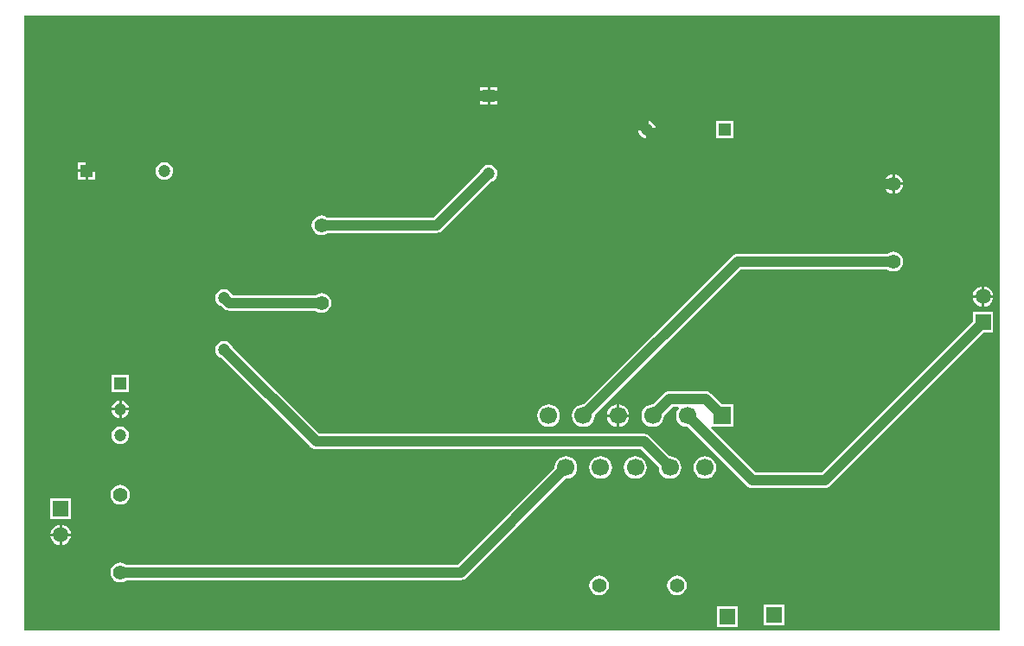
<source format=gbl>
G04 Layer_Physical_Order=2*
G04 Layer_Color=16711680*
%FSAX25Y25*%
%MOIN*%
G70*
G01*
G75*
%ADD10C,0.03937*%
%ADD11C,0.06693*%
%ADD12R,0.06693X0.06693*%
%ADD13C,0.04724*%
%ADD14C,0.05512*%
%ADD15R,0.04724X0.04724*%
%ADD16C,0.05906*%
%ADD17R,0.05906X0.05906*%
%ADD18R,0.05906X0.05906*%
%ADD19R,0.04724X0.04724*%
G36*
X0596971Y0122029D02*
X0221029D01*
Y0359471D01*
X0596971D01*
Y0122029D01*
D02*
G37*
%LPC*%
G36*
X0403362Y0331862D02*
X0400500D01*
Y0329000D01*
X0403362D01*
Y0331862D01*
D02*
G37*
G36*
X0399500D02*
X0396638D01*
Y0329000D01*
X0399500D01*
Y0331862D01*
D02*
G37*
G36*
X0403362Y0328000D02*
X0400500D01*
Y0325138D01*
X0403362D01*
Y0328000D01*
D02*
G37*
G36*
X0399500D02*
X0396638D01*
Y0325138D01*
X0399500D01*
Y0328000D01*
D02*
G37*
G36*
X0461500Y0318825D02*
Y0316000D01*
X0464325D01*
X0464276Y0316378D01*
X0463937Y0317196D01*
X0463398Y0317898D01*
X0462696Y0318437D01*
X0461878Y0318776D01*
X0461500Y0318825D01*
D02*
G37*
G36*
X0460500D02*
X0460122Y0318776D01*
X0459304Y0318437D01*
X0458602Y0317898D01*
X0458063Y0317196D01*
X0457724Y0316378D01*
X0457675Y0316000D01*
X0460500D01*
Y0318825D01*
D02*
G37*
G36*
X0464325Y0315000D02*
X0461500D01*
Y0312175D01*
X0461878Y0312224D01*
X0462696Y0312563D01*
X0463398Y0313102D01*
X0463937Y0313804D01*
X0464276Y0314622D01*
X0464325Y0315000D01*
D02*
G37*
G36*
X0460500D02*
X0457675D01*
X0457724Y0314622D01*
X0458063Y0313804D01*
X0458602Y0313102D01*
X0459304Y0312563D01*
X0460122Y0312224D01*
X0460500Y0312175D01*
Y0315000D01*
D02*
G37*
G36*
X0494362Y0318862D02*
X0487638D01*
Y0312138D01*
X0494362D01*
Y0318862D01*
D02*
G37*
G36*
X0248362Y0302862D02*
X0245500D01*
Y0300000D01*
X0248362D01*
Y0302862D01*
D02*
G37*
G36*
X0244500D02*
X0241638D01*
Y0300000D01*
X0244500D01*
Y0302862D01*
D02*
G37*
G36*
X0248362Y0299000D02*
X0245500D01*
Y0296138D01*
X0248362D01*
Y0299000D01*
D02*
G37*
G36*
X0244500D02*
X0241638D01*
Y0296138D01*
X0244500D01*
Y0299000D01*
D02*
G37*
G36*
X0275000Y0302891D02*
X0274122Y0302776D01*
X0273304Y0302437D01*
X0272602Y0301898D01*
X0272063Y0301196D01*
X0271724Y0300378D01*
X0271609Y0299500D01*
X0271724Y0298622D01*
X0272063Y0297804D01*
X0272602Y0297102D01*
X0273304Y0296563D01*
X0274122Y0296224D01*
X0275000Y0296109D01*
X0275878Y0296224D01*
X0276696Y0296563D01*
X0277398Y0297102D01*
X0277937Y0297804D01*
X0278276Y0298622D01*
X0278391Y0299500D01*
X0278276Y0300378D01*
X0277937Y0301196D01*
X0277398Y0301898D01*
X0276696Y0302437D01*
X0275878Y0302776D01*
X0275000Y0302891D01*
D02*
G37*
G36*
X0556500Y0298222D02*
Y0295000D01*
X0559723D01*
X0559659Y0295480D01*
X0559281Y0296394D01*
X0558679Y0297179D01*
X0557894Y0297781D01*
X0556981Y0298159D01*
X0556500Y0298222D01*
D02*
G37*
G36*
X0555500D02*
X0555020Y0298159D01*
X0554106Y0297781D01*
X0553321Y0297179D01*
X0552719Y0296394D01*
X0552341Y0295480D01*
X0552278Y0295000D01*
X0555500D01*
Y0298222D01*
D02*
G37*
G36*
X0559723Y0294000D02*
X0556500D01*
Y0290777D01*
X0556981Y0290841D01*
X0557894Y0291219D01*
X0558679Y0291821D01*
X0559281Y0292606D01*
X0559659Y0293519D01*
X0559723Y0294000D01*
D02*
G37*
G36*
X0555500D02*
X0552278D01*
X0552341Y0293519D01*
X0552719Y0292606D01*
X0553321Y0291821D01*
X0554106Y0291219D01*
X0555020Y0290841D01*
X0555500Y0290777D01*
Y0294000D01*
D02*
G37*
G36*
X0400000Y0301891D02*
X0399122Y0301776D01*
X0398304Y0301437D01*
X0397602Y0300898D01*
X0397063Y0300196D01*
X0396782Y0299516D01*
X0378760Y0281494D01*
X0337768D01*
X0337394Y0281781D01*
X0336480Y0282159D01*
X0335500Y0282288D01*
X0334520Y0282159D01*
X0333606Y0281781D01*
X0332821Y0281179D01*
X0332219Y0280394D01*
X0331841Y0279481D01*
X0331712Y0278500D01*
X0331841Y0277519D01*
X0332219Y0276606D01*
X0332821Y0275821D01*
X0333606Y0275219D01*
X0334520Y0274841D01*
X0335500Y0274712D01*
X0336480Y0274841D01*
X0337394Y0275219D01*
X0337768Y0275506D01*
X0380000D01*
X0380775Y0275608D01*
X0381497Y0275907D01*
X0382117Y0276383D01*
X0401016Y0295282D01*
X0401696Y0295563D01*
X0402398Y0296102D01*
X0402937Y0296804D01*
X0403276Y0297622D01*
X0403391Y0298500D01*
X0403276Y0299378D01*
X0402937Y0300196D01*
X0402398Y0300898D01*
X0401696Y0301437D01*
X0400878Y0301776D01*
X0400000Y0301891D01*
D02*
G37*
G36*
X0556000Y0268288D02*
X0555020Y0268159D01*
X0554106Y0267781D01*
X0553732Y0267494D01*
X0495921D01*
X0495146Y0267392D01*
X0494424Y0267093D01*
X0493804Y0266617D01*
X0436553Y0209367D01*
X0436421Y0209384D01*
X0435287Y0209235D01*
X0434229Y0208797D01*
X0433321Y0208100D01*
X0432625Y0207192D01*
X0432187Y0206135D01*
X0432037Y0205000D01*
X0432187Y0203865D01*
X0432625Y0202808D01*
X0433321Y0201900D01*
X0434229Y0201203D01*
X0435287Y0200765D01*
X0436421Y0200616D01*
X0437556Y0200765D01*
X0438613Y0201203D01*
X0439521Y0201900D01*
X0440218Y0202808D01*
X0440656Y0203865D01*
X0440805Y0205000D01*
X0440788Y0205132D01*
X0497161Y0261506D01*
X0553732D01*
X0554106Y0261219D01*
X0555020Y0260841D01*
X0556000Y0260712D01*
X0556981Y0260841D01*
X0557894Y0261219D01*
X0558679Y0261821D01*
X0559281Y0262606D01*
X0559659Y0263520D01*
X0559788Y0264500D01*
X0559659Y0265480D01*
X0559281Y0266394D01*
X0558679Y0267179D01*
X0557894Y0267781D01*
X0556981Y0268159D01*
X0556000Y0268288D01*
D02*
G37*
G36*
X0591000Y0254921D02*
Y0251500D01*
X0594421D01*
X0594351Y0252032D01*
X0593953Y0252993D01*
X0593319Y0253819D01*
X0592493Y0254453D01*
X0591532Y0254851D01*
X0591000Y0254921D01*
D02*
G37*
G36*
X0590000D02*
X0589468Y0254851D01*
X0588507Y0254453D01*
X0587681Y0253819D01*
X0587047Y0252993D01*
X0586649Y0252032D01*
X0586579Y0251500D01*
X0590000D01*
Y0254921D01*
D02*
G37*
G36*
X0594421Y0250500D02*
X0591000D01*
Y0247079D01*
X0591532Y0247149D01*
X0592493Y0247547D01*
X0593319Y0248181D01*
X0593953Y0249007D01*
X0594351Y0249968D01*
X0594421Y0250500D01*
D02*
G37*
G36*
X0590000D02*
X0586579D01*
X0586649Y0249968D01*
X0587047Y0249007D01*
X0587681Y0248181D01*
X0588507Y0247547D01*
X0589468Y0247149D01*
X0590000Y0247079D01*
Y0250500D01*
D02*
G37*
G36*
X0298000Y0253891D02*
X0297122Y0253776D01*
X0296304Y0253437D01*
X0295602Y0252898D01*
X0295063Y0252196D01*
X0294724Y0251378D01*
X0294609Y0250500D01*
X0294724Y0249622D01*
X0295063Y0248804D01*
X0295602Y0248102D01*
X0296304Y0247563D01*
X0296984Y0247282D01*
X0297883Y0246383D01*
X0298503Y0245907D01*
X0299225Y0245608D01*
X0300000Y0245506D01*
X0333232D01*
X0333606Y0245219D01*
X0334520Y0244841D01*
X0335500Y0244712D01*
X0336480Y0244841D01*
X0337394Y0245219D01*
X0338179Y0245821D01*
X0338781Y0246606D01*
X0339159Y0247519D01*
X0339288Y0248500D01*
X0339159Y0249481D01*
X0338781Y0250394D01*
X0338179Y0251179D01*
X0337394Y0251781D01*
X0336480Y0252159D01*
X0335500Y0252288D01*
X0334520Y0252159D01*
X0333606Y0251781D01*
X0333232Y0251494D01*
X0301240D01*
X0301218Y0251516D01*
X0300937Y0252196D01*
X0300398Y0252898D01*
X0299696Y0253437D01*
X0298878Y0253776D01*
X0298000Y0253891D01*
D02*
G37*
G36*
X0261362Y0220862D02*
X0254638D01*
Y0214138D01*
X0261362D01*
Y0220862D01*
D02*
G37*
G36*
X0258500Y0210825D02*
Y0208000D01*
X0261325D01*
X0261276Y0208378D01*
X0260937Y0209196D01*
X0260398Y0209898D01*
X0259696Y0210437D01*
X0258878Y0210776D01*
X0258500Y0210825D01*
D02*
G37*
G36*
X0257500D02*
X0257122Y0210776D01*
X0256304Y0210437D01*
X0255602Y0209898D01*
X0255063Y0209196D01*
X0254724Y0208378D01*
X0254675Y0208000D01*
X0257500D01*
Y0210825D01*
D02*
G37*
G36*
X0450307Y0209318D02*
Y0205500D01*
X0454125D01*
X0454042Y0206135D01*
X0453604Y0207192D01*
X0452907Y0208100D01*
X0451999Y0208797D01*
X0450942Y0209235D01*
X0450307Y0209318D01*
D02*
G37*
G36*
X0449307D02*
X0448672Y0209235D01*
X0447615Y0208797D01*
X0446707Y0208100D01*
X0446010Y0207192D01*
X0445572Y0206135D01*
X0445489Y0205500D01*
X0449307D01*
Y0209318D01*
D02*
G37*
G36*
X0261325Y0207000D02*
X0258500D01*
Y0204175D01*
X0258878Y0204224D01*
X0259696Y0204563D01*
X0260398Y0205102D01*
X0260937Y0205804D01*
X0261276Y0206622D01*
X0261325Y0207000D01*
D02*
G37*
G36*
X0257500D02*
X0254675D01*
X0254724Y0206622D01*
X0255063Y0205804D01*
X0255602Y0205102D01*
X0256304Y0204563D01*
X0257122Y0204224D01*
X0257500Y0204175D01*
Y0207000D01*
D02*
G37*
G36*
X0454125Y0204500D02*
X0450307D01*
Y0200682D01*
X0450942Y0200765D01*
X0451999Y0201203D01*
X0452907Y0201900D01*
X0453604Y0202808D01*
X0454042Y0203865D01*
X0454125Y0204500D01*
D02*
G37*
G36*
X0449307D02*
X0445489D01*
X0445572Y0203865D01*
X0446010Y0202808D01*
X0446707Y0201900D01*
X0447615Y0201203D01*
X0448672Y0200765D01*
X0449307Y0200682D01*
Y0204500D01*
D02*
G37*
G36*
X0423035Y0209384D02*
X0421901Y0209235D01*
X0420843Y0208797D01*
X0419936Y0208100D01*
X0419239Y0207192D01*
X0418801Y0206135D01*
X0418651Y0205000D01*
X0418801Y0203865D01*
X0419239Y0202808D01*
X0419936Y0201900D01*
X0420843Y0201203D01*
X0421901Y0200765D01*
X0423035Y0200616D01*
X0424170Y0200765D01*
X0425227Y0201203D01*
X0426135Y0201900D01*
X0426832Y0202808D01*
X0427270Y0203865D01*
X0427419Y0205000D01*
X0427270Y0206135D01*
X0426832Y0207192D01*
X0426135Y0208100D01*
X0425227Y0208797D01*
X0424170Y0209235D01*
X0423035Y0209384D01*
D02*
G37*
G36*
X0258000Y0200891D02*
X0257122Y0200776D01*
X0256304Y0200437D01*
X0255602Y0199898D01*
X0255063Y0199196D01*
X0254724Y0198378D01*
X0254609Y0197500D01*
X0254724Y0196622D01*
X0255063Y0195804D01*
X0255602Y0195102D01*
X0256304Y0194563D01*
X0257122Y0194224D01*
X0258000Y0194109D01*
X0258878Y0194224D01*
X0259696Y0194563D01*
X0260398Y0195102D01*
X0260937Y0195804D01*
X0261276Y0196622D01*
X0261391Y0197500D01*
X0261276Y0198378D01*
X0260937Y0199196D01*
X0260398Y0199898D01*
X0259696Y0200437D01*
X0258878Y0200776D01*
X0258000Y0200891D01*
D02*
G37*
G36*
X0594453Y0244953D02*
X0586547D01*
Y0241282D01*
X0528260Y0182994D01*
X0502819D01*
X0485660Y0200153D01*
X0485867Y0200654D01*
X0486015Y0200654D01*
X0494311D01*
Y0209347D01*
X0489853D01*
X0485682Y0213517D01*
X0485062Y0213993D01*
X0484340Y0214292D01*
X0483565Y0214394D01*
X0469593D01*
X0468818Y0214292D01*
X0468096Y0213993D01*
X0467476Y0213517D01*
X0463325Y0209367D01*
X0463193Y0209384D01*
X0462058Y0209235D01*
X0461001Y0208797D01*
X0460093Y0208100D01*
X0459396Y0207192D01*
X0458958Y0206135D01*
X0458809Y0205000D01*
X0458958Y0203865D01*
X0459396Y0202808D01*
X0460093Y0201900D01*
X0461001Y0201203D01*
X0462058Y0200765D01*
X0463193Y0200616D01*
X0464327Y0200765D01*
X0465385Y0201203D01*
X0466293Y0201900D01*
X0466989Y0202808D01*
X0467427Y0203865D01*
X0467577Y0205000D01*
X0467559Y0205132D01*
X0470833Y0208406D01*
X0473085D01*
X0473330Y0207906D01*
X0472782Y0207192D01*
X0472344Y0206135D01*
X0472195Y0205000D01*
X0472344Y0203865D01*
X0472782Y0202808D01*
X0473479Y0201900D01*
X0474387Y0201203D01*
X0475444Y0200765D01*
X0476579Y0200616D01*
X0476711Y0200633D01*
X0499462Y0177883D01*
X0500082Y0177407D01*
X0500804Y0177108D01*
X0501579Y0177006D01*
X0529500D01*
X0530275Y0177108D01*
X0530997Y0177407D01*
X0531617Y0177883D01*
X0590782Y0237047D01*
X0594453D01*
Y0244953D01*
D02*
G37*
G36*
X0483272Y0189384D02*
X0482137Y0189235D01*
X0481080Y0188797D01*
X0480172Y0188100D01*
X0479475Y0187192D01*
X0479037Y0186135D01*
X0478888Y0185000D01*
X0479037Y0183865D01*
X0479475Y0182808D01*
X0480172Y0181900D01*
X0481080Y0181203D01*
X0482137Y0180765D01*
X0483272Y0180616D01*
X0484406Y0180765D01*
X0485464Y0181203D01*
X0486372Y0181900D01*
X0487068Y0182808D01*
X0487506Y0183865D01*
X0487656Y0185000D01*
X0487506Y0186135D01*
X0487068Y0187192D01*
X0486372Y0188100D01*
X0485464Y0188797D01*
X0484406Y0189235D01*
X0483272Y0189384D01*
D02*
G37*
G36*
X0298000Y0233891D02*
X0297122Y0233776D01*
X0296304Y0233437D01*
X0295602Y0232898D01*
X0295063Y0232196D01*
X0294724Y0231378D01*
X0294609Y0230500D01*
X0294724Y0229622D01*
X0295063Y0228804D01*
X0295602Y0228102D01*
X0296304Y0227563D01*
X0296984Y0227282D01*
X0331383Y0192883D01*
X0332003Y0192407D01*
X0332302Y0192283D01*
X0332725Y0192108D01*
X0333500Y0192006D01*
X0458646D01*
X0465519Y0185132D01*
X0465502Y0185000D01*
X0465651Y0183865D01*
X0466089Y0182808D01*
X0466786Y0181900D01*
X0467694Y0181203D01*
X0468751Y0180765D01*
X0469886Y0180616D01*
X0471020Y0180765D01*
X0472078Y0181203D01*
X0472986Y0181900D01*
X0473682Y0182808D01*
X0474120Y0183865D01*
X0474270Y0185000D01*
X0474120Y0186135D01*
X0473682Y0187192D01*
X0472986Y0188100D01*
X0472078Y0188797D01*
X0471020Y0189235D01*
X0469886Y0189384D01*
X0469754Y0189367D01*
X0462003Y0197117D01*
X0461383Y0197593D01*
X0460661Y0197892D01*
X0459886Y0197994D01*
X0334740D01*
X0301218Y0231516D01*
X0300937Y0232196D01*
X0300398Y0232898D01*
X0299696Y0233437D01*
X0298878Y0233776D01*
X0298000Y0233891D01*
D02*
G37*
G36*
X0456500Y0189384D02*
X0455365Y0189235D01*
X0454308Y0188797D01*
X0453400Y0188100D01*
X0452703Y0187192D01*
X0452265Y0186135D01*
X0452116Y0185000D01*
X0452265Y0183865D01*
X0452703Y0182808D01*
X0453400Y0181900D01*
X0454308Y0181203D01*
X0455365Y0180765D01*
X0456500Y0180616D01*
X0457635Y0180765D01*
X0458692Y0181203D01*
X0459600Y0181900D01*
X0460297Y0182808D01*
X0460735Y0183865D01*
X0460884Y0185000D01*
X0460735Y0186135D01*
X0460297Y0187192D01*
X0459600Y0188100D01*
X0458692Y0188797D01*
X0457635Y0189235D01*
X0456500Y0189384D01*
D02*
G37*
G36*
X0443114D02*
X0441980Y0189235D01*
X0440922Y0188797D01*
X0440014Y0188100D01*
X0439318Y0187192D01*
X0438880Y0186135D01*
X0438730Y0185000D01*
X0438880Y0183865D01*
X0439318Y0182808D01*
X0440014Y0181900D01*
X0440922Y0181203D01*
X0441980Y0180765D01*
X0443114Y0180616D01*
X0444249Y0180765D01*
X0445306Y0181203D01*
X0446214Y0181900D01*
X0446911Y0182808D01*
X0447349Y0183865D01*
X0447498Y0185000D01*
X0447349Y0186135D01*
X0446911Y0187192D01*
X0446214Y0188100D01*
X0445306Y0188797D01*
X0444249Y0189235D01*
X0443114Y0189384D01*
D02*
G37*
G36*
X0429728D02*
X0428594Y0189235D01*
X0427536Y0188797D01*
X0426628Y0188100D01*
X0425932Y0187192D01*
X0425494Y0186135D01*
X0425344Y0185000D01*
X0425362Y0184868D01*
X0387988Y0147494D01*
X0260268D01*
X0259894Y0147781D01*
X0258980Y0148159D01*
X0258000Y0148288D01*
X0257019Y0148159D01*
X0256106Y0147781D01*
X0255321Y0147179D01*
X0254719Y0146394D01*
X0254341Y0145481D01*
X0254212Y0144500D01*
X0254341Y0143519D01*
X0254719Y0142606D01*
X0255321Y0141821D01*
X0256106Y0141219D01*
X0257019Y0140841D01*
X0258000Y0140712D01*
X0258980Y0140841D01*
X0259894Y0141219D01*
X0260268Y0141506D01*
X0389228D01*
X0390003Y0141608D01*
X0390725Y0141907D01*
X0391346Y0142383D01*
X0429596Y0180633D01*
X0429728Y0180616D01*
X0430863Y0180765D01*
X0431920Y0181203D01*
X0432828Y0181900D01*
X0433525Y0182808D01*
X0433963Y0183865D01*
X0434112Y0185000D01*
X0433963Y0186135D01*
X0433525Y0187192D01*
X0432828Y0188100D01*
X0431920Y0188797D01*
X0430863Y0189235D01*
X0429728Y0189384D01*
D02*
G37*
G36*
X0258000Y0178288D02*
X0257019Y0178159D01*
X0256106Y0177781D01*
X0255321Y0177179D01*
X0254719Y0176394D01*
X0254341Y0175480D01*
X0254212Y0174500D01*
X0254341Y0173520D01*
X0254719Y0172606D01*
X0255321Y0171821D01*
X0256106Y0171219D01*
X0257019Y0170841D01*
X0258000Y0170712D01*
X0258980Y0170841D01*
X0259894Y0171219D01*
X0260679Y0171821D01*
X0261281Y0172606D01*
X0261659Y0173520D01*
X0261788Y0174500D01*
X0261659Y0175480D01*
X0261281Y0176394D01*
X0260679Y0177179D01*
X0259894Y0177781D01*
X0258980Y0178159D01*
X0258000Y0178288D01*
D02*
G37*
G36*
X0238953Y0172953D02*
X0231047D01*
Y0165047D01*
X0238953D01*
Y0172953D01*
D02*
G37*
G36*
X0235500Y0162921D02*
Y0159500D01*
X0238921D01*
X0238851Y0160032D01*
X0238453Y0160993D01*
X0237819Y0161819D01*
X0236993Y0162453D01*
X0236032Y0162851D01*
X0235500Y0162921D01*
D02*
G37*
G36*
X0234500D02*
X0233968Y0162851D01*
X0233007Y0162453D01*
X0232181Y0161819D01*
X0231547Y0160993D01*
X0231149Y0160032D01*
X0231079Y0159500D01*
X0234500D01*
Y0162921D01*
D02*
G37*
G36*
X0238921Y0158500D02*
X0235500D01*
Y0155079D01*
X0236032Y0155149D01*
X0236993Y0155547D01*
X0237819Y0156181D01*
X0238453Y0157007D01*
X0238851Y0157968D01*
X0238921Y0158500D01*
D02*
G37*
G36*
X0234500D02*
X0231079D01*
X0231149Y0157968D01*
X0231547Y0157007D01*
X0232181Y0156181D01*
X0233007Y0155547D01*
X0233968Y0155149D01*
X0234500Y0155079D01*
Y0158500D01*
D02*
G37*
G36*
X0472500Y0143288D02*
X0471520Y0143159D01*
X0470606Y0142781D01*
X0469821Y0142179D01*
X0469219Y0141394D01*
X0468841Y0140480D01*
X0468712Y0139500D01*
X0468841Y0138520D01*
X0469219Y0137606D01*
X0469821Y0136821D01*
X0470606Y0136219D01*
X0471520Y0135841D01*
X0472500Y0135712D01*
X0473481Y0135841D01*
X0474394Y0136219D01*
X0475179Y0136821D01*
X0475781Y0137606D01*
X0476159Y0138520D01*
X0476288Y0139500D01*
X0476159Y0140480D01*
X0475781Y0141394D01*
X0475179Y0142179D01*
X0474394Y0142781D01*
X0473481Y0143159D01*
X0472500Y0143288D01*
D02*
G37*
G36*
X0442500D02*
X0441519Y0143159D01*
X0440606Y0142781D01*
X0439821Y0142179D01*
X0439219Y0141394D01*
X0438841Y0140480D01*
X0438712Y0139500D01*
X0438841Y0138520D01*
X0439219Y0137606D01*
X0439821Y0136821D01*
X0440606Y0136219D01*
X0441519Y0135841D01*
X0442500Y0135712D01*
X0443480Y0135841D01*
X0444394Y0136219D01*
X0445179Y0136821D01*
X0445781Y0137606D01*
X0446159Y0138520D01*
X0446288Y0139500D01*
X0446159Y0140480D01*
X0445781Y0141394D01*
X0445179Y0142179D01*
X0444394Y0142781D01*
X0443480Y0143159D01*
X0442500Y0143288D01*
D02*
G37*
G36*
X0513953Y0131953D02*
X0506047D01*
Y0124047D01*
X0513953D01*
Y0131953D01*
D02*
G37*
G36*
X0495953Y0131453D02*
X0488047D01*
Y0123547D01*
X0495953D01*
Y0131453D01*
D02*
G37*
%LPD*%
D10*
X0482000Y0294500D02*
X0556000D01*
X0461000Y0315500D02*
X0482000Y0294500D01*
X0274000Y0328500D02*
X0400000D01*
X0245000Y0299500D02*
X0274000Y0328500D01*
X0400000D02*
X0448000D01*
X0461000Y0315500D01*
X0335500Y0278500D02*
X0380000D01*
X0400000Y0298500D01*
X0298000Y0230500D02*
X0333500Y0195000D01*
X0459886D01*
X0469886Y0185000D01*
X0463193Y0205000D02*
X0469593Y0211400D01*
X0483565D01*
X0489965Y0205000D01*
X0476579D02*
X0501579Y0180000D01*
X0529500D01*
X0590500Y0241000D01*
X0258000Y0144500D02*
X0389228D01*
X0429728Y0185000D01*
X0436421Y0205000D02*
X0495921Y0264500D01*
X0556000D01*
X0298000Y0250500D02*
X0300000Y0248500D01*
X0335500D01*
D11*
X0443114Y0185000D02*
D03*
X0436421Y0205000D02*
D03*
X0429728Y0185000D02*
D03*
X0423035Y0205000D02*
D03*
X0483272Y0185000D02*
D03*
X0476579Y0205000D02*
D03*
X0469886Y0185000D02*
D03*
X0463193Y0205000D02*
D03*
X0456500Y0185000D02*
D03*
X0449807Y0205000D02*
D03*
D12*
X0489965D02*
D03*
D13*
X0298000Y0230500D02*
D03*
Y0250500D02*
D03*
X0258000Y0197500D02*
D03*
Y0207500D02*
D03*
X0461000Y0315500D02*
D03*
X0275000Y0299500D02*
D03*
X0400000Y0298500D02*
D03*
D14*
X0442500Y0139500D02*
D03*
X0472500D02*
D03*
X0335500Y0248500D02*
D03*
Y0278500D02*
D03*
X0556000Y0294500D02*
D03*
Y0264500D02*
D03*
X0258000Y0174500D02*
D03*
Y0144500D02*
D03*
D15*
Y0217500D02*
D03*
X0400000Y0328500D02*
D03*
D16*
X0235000Y0159000D02*
D03*
X0590500Y0251000D02*
D03*
D17*
X0235000Y0169000D02*
D03*
X0590500Y0241000D02*
D03*
D18*
X0492000Y0127500D02*
D03*
X0510000Y0128000D02*
D03*
D19*
X0491000Y0315500D02*
D03*
X0245000Y0299500D02*
D03*
M02*

</source>
